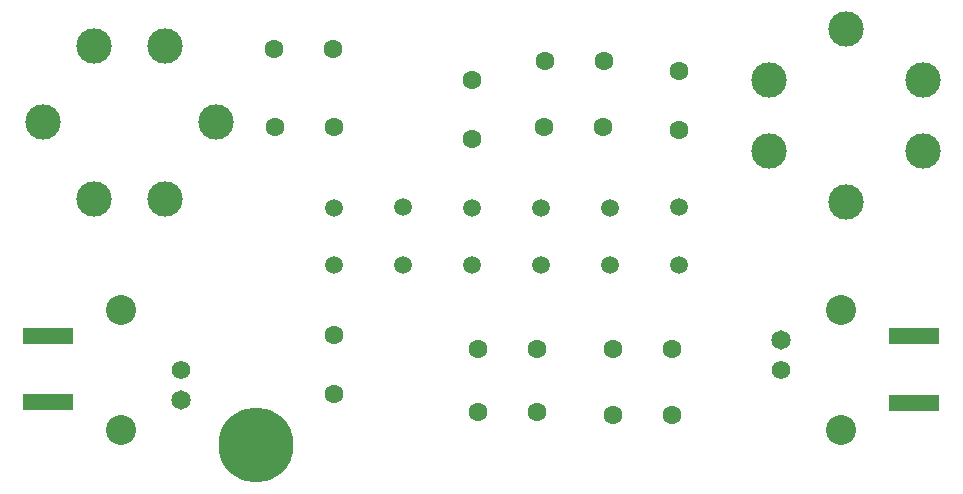
<source format=gbs>
G04 #@! TF.GenerationSoftware,KiCad,Pcbnew,(5.1.10)-1*
G04 #@! TF.CreationDate,2021-09-28T15:20:51-04:00*
G04 #@! TF.ProjectId,SSB6,53534236-2e6b-4696-9361-645f70636258,1*
G04 #@! TF.SameCoordinates,PX8c7ecc0PY46649b0*
G04 #@! TF.FileFunction,Soldermask,Bot*
G04 #@! TF.FilePolarity,Negative*
%FSLAX46Y46*%
G04 Gerber Fmt 4.6, Leading zero omitted, Abs format (unit mm)*
G04 Created by KiCad (PCBNEW (5.1.10)-1) date 2021-09-28 15:20:51*
%MOMM*%
%LPD*%
G01*
G04 APERTURE LIST*
%ADD10R,4.200000X1.350000*%
%ADD11C,6.350000*%
%ADD12C,2.540000*%
%ADD13C,1.651000*%
%ADD14C,1.574800*%
%ADD15C,1.600000*%
%ADD16C,1.500000*%
%ADD17C,3.000000*%
G04 APERTURE END LIST*
D10*
X-111613000Y-7714200D03*
X-111613000Y-2064200D03*
X-38283200Y-2089600D03*
X-38283200Y-7739600D03*
D11*
X-93960000Y-11290000D03*
D12*
X-44430000Y-10020000D03*
X-44430000Y140000D03*
D13*
X-49510000Y-2400000D03*
D14*
X-49510000Y-4940000D03*
D15*
X-92436000Y22238000D03*
X-87436000Y22238000D03*
X-92356000Y15634000D03*
X-87356000Y15634000D03*
X-87356000Y-6972000D03*
X-87356000Y-1972000D03*
X-75672000Y14618000D03*
X-75672000Y19618000D03*
X-70164000Y-3162000D03*
X-75164000Y-3162000D03*
X-70164000Y-8496000D03*
X-75164000Y-8496000D03*
X-64576000Y15634000D03*
X-69576000Y15634000D03*
X-64496000Y21222000D03*
X-69496000Y21222000D03*
X-63734000Y-8750000D03*
X-58734000Y-8750000D03*
X-63734000Y-3162000D03*
X-58734000Y-3162000D03*
X-58146000Y20380000D03*
X-58146000Y15380000D03*
D16*
X-87356000Y8776000D03*
X-87356000Y3896000D03*
X-75672000Y8776000D03*
X-75672000Y3896000D03*
X-69830000Y3896000D03*
X-69830000Y8776000D03*
X-63988000Y8776000D03*
X-63988000Y3896000D03*
X-58146000Y8830000D03*
X-58146000Y3950000D03*
X-81514000Y3950000D03*
X-81514000Y8830000D03*
D17*
X-97376000Y15992000D03*
X-111976000Y15992000D03*
X-101676000Y9492000D03*
X-101676000Y22492000D03*
X-107676000Y9492000D03*
X-107676000Y22492000D03*
X-50526000Y13602000D03*
X-37526000Y13602000D03*
X-50526000Y19602000D03*
X-37526000Y19602000D03*
X-44026000Y9302000D03*
X-44026000Y23902000D03*
D14*
X-100310000Y-4940000D03*
D13*
X-100310000Y-7480000D03*
D12*
X-105390000Y-10020000D03*
X-105390000Y140000D03*
M02*

</source>
